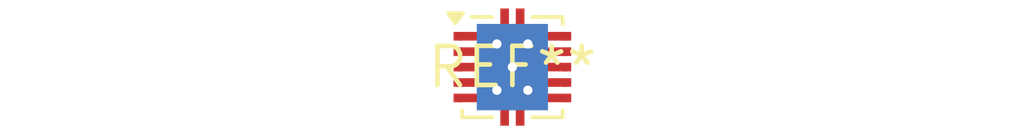
<source format=kicad_pcb>
(kicad_pcb (version 20240108) (generator pcbnew)
  (layers (0 "F.Cu" signal) (31 "B.Cu" signal) (34 "B.Paste" user) (35 "F.Paste" user) (36 "B.SilkS" user "B.Silkscreen") (37 "F.SilkS" user "F.Silkscreen") (38 "B.Mask" user) (39 "F.Mask" user) (44 "Edge.Cuts" user))
  (net 0 "")
  (footprint "Texas_S-PVSON-N10_ThermalVias" (layer "F.Cu") (at 0 0)
    (property "Reference" "REF**")
    (property "Value" "Texas_S-PVSON-N10_ThermalVias")
    (fp_line (start -1.625 1.625) (end -1.625 1.4) (layer "F.SilkS") (stroke (width 0.12)))
    (fp_line (start -1.625 1.625) (end -0.65 1.625) (layer "F.SilkS") (stroke (width 0.12)))
    (fp_line (start -1.32 -1.625) (end -0.65 -1.625) (layer "F.SilkS") (stroke (width 0.12)))
    (fp_line (start 0.65 -1.625) (end 1.625 -1.625) (layer "F.SilkS") (stroke (width 0.12)))
    (fp_line (start 0.65 1.625) (end 1.625 1.625) (layer "F.SilkS") (stroke (width 0.12)))
    (fp_line (start 1.625 -1.4) (end 1.625 -1.625) (layer "F.SilkS") (stroke (width 0.12)))
    (fp_line (start 1.625 1.4) (end 1.625 1.625) (layer "F.SilkS") (stroke (width 0.12)))
    (fp_poly (pts (xy -1.84 -1.42) (xy -2.08 -1.75) (xy -1.6 -1.75) (xy -1.84 -1.42)) (layer "F.SilkS") (stroke (width 0.12)) (fill solid))
    (pad "1" smd rect (at -1.76 -1) (size 0.28 0.28) (layers "F.Cu" "F.Paste" "F.Mask"))
    (pad "1" smd oval (at -1.475 -1) (size 0.85 0.28) (layers "F.Cu" "F.Paste" "F.Mask"))
    (pad "2" smd rect (at -1.76 -0.5) (size 0.28 0.28) (layers "F.Cu" "F.Paste" "F.Mask"))
    (pad "2" smd oval (at -1.475 -0.5) (size 0.85 0.28) (layers "F.Cu" "F.Paste" "F.Mask"))
    (pad "3" smd rect (at -1.76 0) (size 0.28 0.28) (layers "F.Cu" "F.Paste" "F.Mask"))
    (pad "3" smd oval (at -1.475 0) (size 0.85 0.28) (layers "F.Cu" "F.Paste" "F.Mask"))
    (pad "4" smd rect (at -1.76 0.5) (size 0.28 0.28) (layers "F.Cu" "F.Paste" "F.Mask"))
    (pad "4" smd oval (at -1.475 0.5) (size 0.85 0.28) (layers "F.Cu" "F.Paste" "F.Mask"))
    (pad "5" smd rect (at -1.76 1) (size 0.28 0.28) (layers "F.Cu" "F.Paste" "F.Mask"))
    (pad "5" smd oval (at -1.475 1) (size 0.85 0.28) (layers "F.Cu" "F.Paste" "F.Mask"))
    (pad "6" smd oval (at 1.475 1) (size 0.85 0.28) (layers "F.Cu" "F.Paste" "F.Mask"))
    (pad "6" smd rect (at 1.76 1) (size 0.28 0.28) (layers "F.Cu" "F.Paste" "F.Mask"))
    (pad "7" smd oval (at 1.475 0.5) (size 0.85 0.28) (layers "F.Cu" "F.Paste" "F.Mask"))
    (pad "7" smd rect (at 1.76 0.5) (size 0.28 0.28) (layers "F.Cu" "F.Paste" "F.Mask"))
    (pad "8" smd oval (at 1.475 0) (size 0.85 0.28) (layers "F.Cu" "F.Paste" "F.Mask"))
    (pad "8" smd rect (at 1.76 0) (size 0.28 0.28) (layers "F.Cu" "F.Paste" "F.Mask"))
    (pad "9" smd oval (at 1.475 -0.5) (size 0.85 0.28) (layers "F.Cu" "F.Paste" "F.Mask"))
    (pad "9" smd rect (at 1.76 -0.5) (size 0.28 0.28) (layers "F.Cu" "F.Paste" "F.Mask"))
    (pad "10" smd oval (at 1.475 -1) (size 0.85 0.28) (layers "F.Cu" "F.Paste" "F.Mask"))
    (pad "10" smd rect (at 1.76 -1) (size 0.28 0.28) (layers "F.Cu" "F.Paste" "F.Mask"))
    (pad "11" thru_hole circle (at -0.5 -0.75) (size 0.6 0.6) (drill 0.3) (layers *.Cu *.Mask) (remove_unused_layers))
    (pad "11" thru_hole circle (at -0.5 0.75) (size 0.6 0.6) (drill 0.3) (layers *.Cu *.Mask) (remove_unused_layers))
    (pad "11" smd rect (at -0.45 -0.635) (size 0.68 1.05) (layers "F.Cu" "F.Paste" "F.Mask"))
    (pad "11" smd rect (at -0.45 0.635) (size 0.68 1.05) (layers "F.Cu" "F.Paste" "F.Mask"))
    (pad "11" smd rect (at -0.25 -1.63) (size 0.26 0.5) (layers "F.Cu" "F.Paste" "F.Mask"))
    (pad "11" smd rect (at -0.25 -1.55) (size 0.28 0.7) (layers "F.Cu" "F.Mask"))
    (pad "11" smd rect (at -0.25 1.55) (size 0.28 0.7) (layers "F.Cu" "F.Mask"))
    (pad "11" smd rect (at -0.25 1.63) (size 0.26 0.5) (layers "F.Cu" "F.Paste" "F.Mask"))
    (pad "11" thru_hole circle (at 0 0) (size 0.6 0.6) (drill 0.3) (layers *.Cu *.Mask) (remove_unused_layers))
    (pad "11" smd rect (at 0 0) (size 1.65 2.4) (layers "F.Cu" "F.Mask"))
    (pad "11" smd rect (at 0 0) (size 2.3 2.8) (layers "B.Cu"))
    (pad "11" smd rect (at 0.25 -1.63) (size 0.26 0.5) (layers "F.Cu" "F.Paste" "F.Mask"))
    (pad "11" smd rect (at 0.25 -1.55) (size 0.28 0.7) (layers "F.Cu" "F.Mask"))
    (pad "11" smd rect (at 0.25 1.55) (size 0.28 0.7) (layers "F.Cu" "F.Mask"))
    (pad "11" smd rect (at 0.25 1.63) (size 0.26 0.5) (layers "F.Cu" "F.Paste" "F.Mask"))
    (pad "11" smd rect (at 0.45 -0.635) (size 0.68 1.05) (layers "F.Cu" "F.Paste" "F.Mask"))
    (pad "11" smd rect (at 0.45 0.635) (size 0.68 1.05) (layers "F.Cu" "F.Paste" "F.Mask"))
    (pad "11" thru_hole circle (at 0.5 -0.75) (size 0.6 0.6) (drill 0.3) (layers *.Cu *.Mask) (remove_unused_layers))
    (pad "11" thru_hole circle (at 0.5 0.75) (size 0.6 0.6) (drill 0.3) (layers *.Cu *.Mask) (remove_unused_layers))
  )
)
</source>
